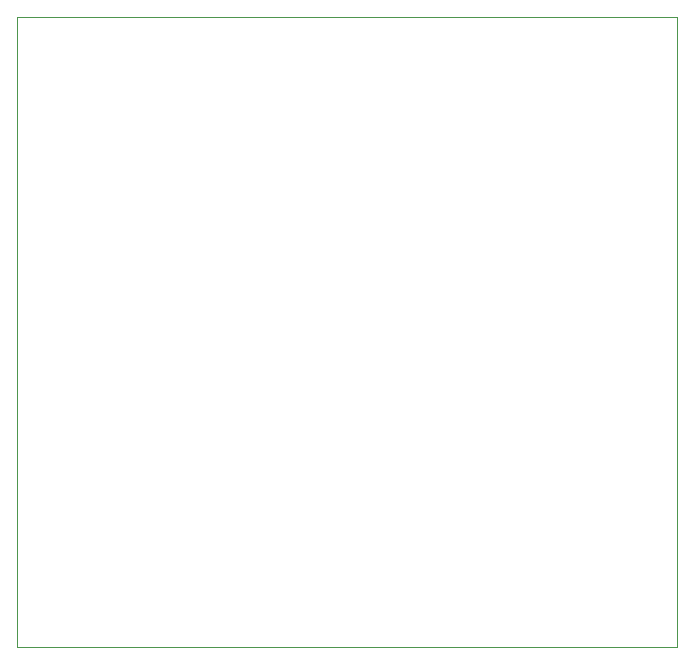
<source format=gbr>
%TF.GenerationSoftware,KiCad,Pcbnew,(6.0.10)*%
%TF.CreationDate,2023-02-17T09:15:59-08:00*%
%TF.ProjectId,excercise2,65786365-7263-4697-9365-322e6b696361,rev?*%
%TF.SameCoordinates,Original*%
%TF.FileFunction,Profile,NP*%
%FSLAX46Y46*%
G04 Gerber Fmt 4.6, Leading zero omitted, Abs format (unit mm)*
G04 Created by KiCad (PCBNEW (6.0.10)) date 2023-02-17 09:15:59*
%MOMM*%
%LPD*%
G01*
G04 APERTURE LIST*
%TA.AperFunction,Profile*%
%ADD10C,0.100000*%
%TD*%
G04 APERTURE END LIST*
D10*
X116840000Y-58420000D02*
X172720000Y-58420000D01*
X172720000Y-58420000D02*
X172720000Y-111760000D01*
X172720000Y-111760000D02*
X116840000Y-111760000D01*
X116840000Y-111760000D02*
X116840000Y-58420000D01*
M02*

</source>
